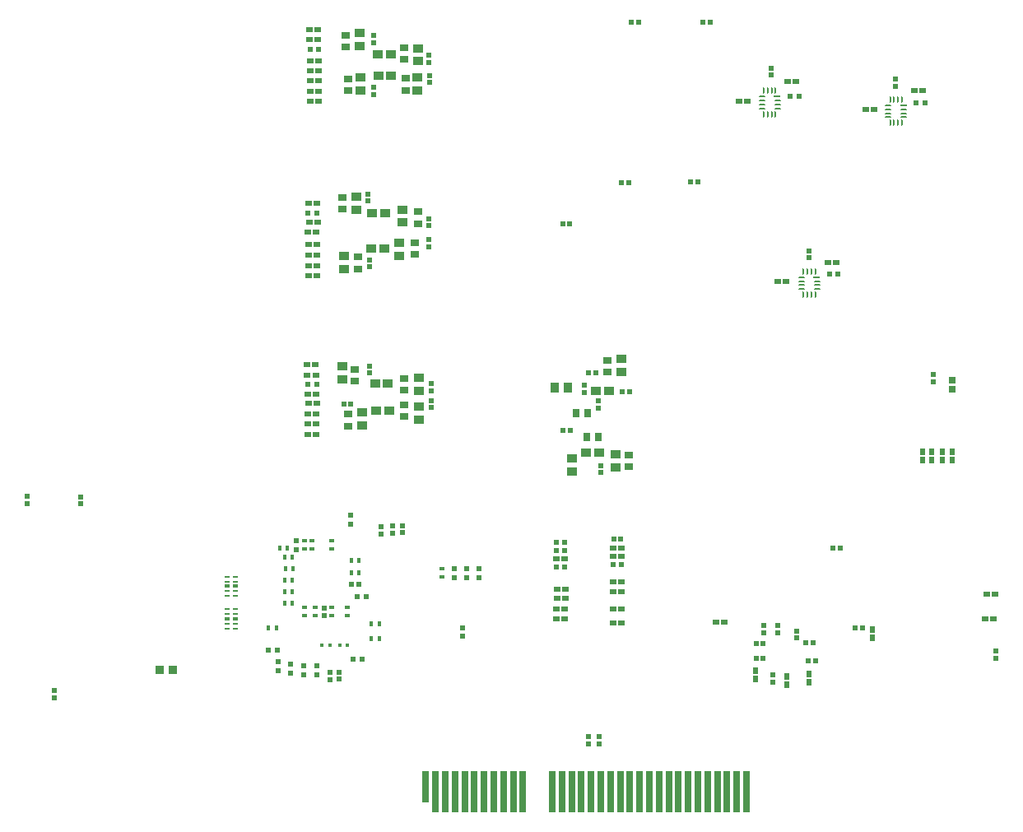
<source format=gbr>
G04*
G04 #@! TF.GenerationSoftware,Altium Limited,Altium Designer,24.2.2 (26)*
G04*
G04 Layer_Color=128*
%FSLAX25Y25*%
%MOIN*%
G70*
G04*
G04 #@! TF.SameCoordinates,83FD6BF8-7FB9-4712-9294-79CC625926FD*
G04*
G04*
G04 #@! TF.FilePolarity,Positive*
G04*
G01*
G75*
%ADD27R,0.02362X0.02559*%
%ADD28R,0.02559X0.02362*%
%ADD31R,0.02648X0.02816*%
%ADD32R,0.02288X0.02016*%
%ADD56R,0.02016X0.02288*%
G04:AMPARAMS|DCode=61|XSize=7.87mil|YSize=23.62mil|CornerRadius=1.97mil|HoleSize=0mil|Usage=FLASHONLY|Rotation=0.000|XOffset=0mil|YOffset=0mil|HoleType=Round|Shape=RoundedRectangle|*
%AMROUNDEDRECTD61*
21,1,0.00787,0.01968,0,0,0.0*
21,1,0.00394,0.02362,0,0,0.0*
1,1,0.00394,0.00197,-0.00984*
1,1,0.00394,-0.00197,-0.00984*
1,1,0.00394,-0.00197,0.00984*
1,1,0.00394,0.00197,0.00984*
%
%ADD61ROUNDEDRECTD61*%
G04:AMPARAMS|DCode=62|XSize=7.87mil|YSize=23.62mil|CornerRadius=1.97mil|HoleSize=0mil|Usage=FLASHONLY|Rotation=90.000|XOffset=0mil|YOffset=0mil|HoleType=Round|Shape=RoundedRectangle|*
%AMROUNDEDRECTD62*
21,1,0.00787,0.01968,0,0,90.0*
21,1,0.00394,0.02362,0,0,90.0*
1,1,0.00394,0.00984,0.00197*
1,1,0.00394,0.00984,-0.00197*
1,1,0.00394,-0.00984,-0.00197*
1,1,0.00394,-0.00984,0.00197*
%
%ADD62ROUNDEDRECTD62*%
G04:AMPARAMS|DCode=63|XSize=7.87mil|YSize=27.56mil|CornerRadius=1.97mil|HoleSize=0mil|Usage=FLASHONLY|Rotation=90.000|XOffset=0mil|YOffset=0mil|HoleType=Round|Shape=RoundedRectangle|*
%AMROUNDEDRECTD63*
21,1,0.00787,0.02362,0,0,90.0*
21,1,0.00394,0.02756,0,0,90.0*
1,1,0.00394,0.01181,0.00197*
1,1,0.00394,0.01181,-0.00197*
1,1,0.00394,-0.01181,-0.00197*
1,1,0.00394,-0.01181,0.00197*
%
%ADD63ROUNDEDRECTD63*%
%ADD64R,0.02165X0.02165*%
%ADD66R,0.02800X0.16500*%
%ADD69R,0.02165X0.01968*%
%ADD70R,0.01968X0.02165*%
%ADD77R,0.02953X0.03543*%
%ADD78R,0.01575X0.01968*%
%ADD81R,0.02165X0.02165*%
%ADD93R,0.02800X0.12600*%
%ADD167R,0.03543X0.02953*%
%ADD168R,0.03937X0.03543*%
%ADD169R,0.04355X0.03773*%
%ADD170R,0.03543X0.03937*%
%ADD171R,0.01772X0.01772*%
%ADD172R,0.02237X0.02254*%
%ADD173R,0.03347X0.03543*%
G04:AMPARAMS|DCode=174|XSize=7.87mil|YSize=22.24mil|CornerRadius=1.97mil|HoleSize=0mil|Usage=FLASHONLY|Rotation=270.000|XOffset=0mil|YOffset=0mil|HoleType=Round|Shape=RoundedRectangle|*
%AMROUNDEDRECTD174*
21,1,0.00787,0.01831,0,0,270.0*
21,1,0.00394,0.02224,0,0,270.0*
1,1,0.00394,-0.00915,-0.00197*
1,1,0.00394,-0.00915,0.00197*
1,1,0.00394,0.00915,0.00197*
1,1,0.00394,0.00915,-0.00197*
%
%ADD174ROUNDEDRECTD174*%
%ADD176R,0.02254X0.02237*%
%ADD177R,0.01968X0.01575*%
%ADD178R,0.01843X0.01860*%
G04:AMPARAMS|DCode=184|XSize=22.24mil|YSize=14.17mil|CornerRadius=1.98mil|HoleSize=0mil|Usage=FLASHONLY|Rotation=180.000|XOffset=0mil|YOffset=0mil|HoleType=Round|Shape=RoundedRectangle|*
%AMROUNDEDRECTD184*
21,1,0.02224,0.01021,0,0,180.0*
21,1,0.01828,0.01417,0,0,180.0*
1,1,0.00397,-0.00914,0.00510*
1,1,0.00397,0.00914,0.00510*
1,1,0.00397,0.00914,-0.00510*
1,1,0.00397,-0.00914,-0.00510*
%
%ADD184ROUNDEDRECTD184*%
D27*
X359380Y-266922D02*
D03*
Y-263576D02*
D03*
X363475Y-266898D02*
D03*
Y-263552D02*
D03*
X355224Y-266922D02*
D03*
Y-263576D02*
D03*
X351255Y-266922D02*
D03*
Y-263576D02*
D03*
X331091Y-339040D02*
D03*
Y-335694D02*
D03*
X305496Y-357140D02*
D03*
Y-353793D02*
D03*
X296559Y-358122D02*
D03*
Y-354776D02*
D03*
X283799Y-355700D02*
D03*
Y-352354D02*
D03*
D28*
X103144Y-96687D02*
D03*
X106491D02*
D03*
X103191Y-92604D02*
D03*
X106537D02*
D03*
X103458Y-105212D02*
D03*
X106805D02*
D03*
X103389Y-109405D02*
D03*
X106735D02*
D03*
X103424Y-113528D02*
D03*
X106770D02*
D03*
X103354Y-117650D02*
D03*
X106700D02*
D03*
X103298Y-121859D02*
D03*
X106644D02*
D03*
X348128Y-117485D02*
D03*
X351474D02*
D03*
X331755Y-124989D02*
D03*
X328409D02*
D03*
X296827Y-113642D02*
D03*
X300173D02*
D03*
X280279Y-121655D02*
D03*
X276932D02*
D03*
X296216Y-194617D02*
D03*
X292869D02*
D03*
X312992Y-187113D02*
D03*
X316339D02*
D03*
X229423Y-316373D02*
D03*
X226076D02*
D03*
X229423Y-320507D02*
D03*
X226076D02*
D03*
X229423Y-332899D02*
D03*
X226076D02*
D03*
X206431Y-331531D02*
D03*
X203085D02*
D03*
X377354Y-321496D02*
D03*
X380700D02*
D03*
X376616Y-331496D02*
D03*
X379963D02*
D03*
X229423Y-327397D02*
D03*
X226076D02*
D03*
X105923Y-188307D02*
D03*
X102577D02*
D03*
X106011Y-192441D02*
D03*
X102665D02*
D03*
X106011Y-184161D02*
D03*
X102665D02*
D03*
X105733Y-174639D02*
D03*
X102386D02*
D03*
X106126Y-179772D02*
D03*
X102780D02*
D03*
X106250Y-170689D02*
D03*
X102904D02*
D03*
X105843Y-248411D02*
D03*
X102496D02*
D03*
X106054Y-244198D02*
D03*
X102708D02*
D03*
X105864Y-240311D02*
D03*
X102518D02*
D03*
X105576Y-232604D02*
D03*
X102230D02*
D03*
X105529Y-228234D02*
D03*
X102183D02*
D03*
X106143Y-162983D02*
D03*
X102797D02*
D03*
X105733Y-252343D02*
D03*
X102386D02*
D03*
X105733Y-256783D02*
D03*
X102386D02*
D03*
X267783Y-332718D02*
D03*
X271130D02*
D03*
X203336Y-319268D02*
D03*
X206682D02*
D03*
X203315Y-323066D02*
D03*
X206662D02*
D03*
X203045Y-327397D02*
D03*
X206391D02*
D03*
X229423Y-302594D02*
D03*
X226076D02*
D03*
X229423Y-306137D02*
D03*
X226076D02*
D03*
X203045Y-306925D02*
D03*
X206391D02*
D03*
D31*
X363475Y-234557D02*
D03*
Y-238325D02*
D03*
D32*
X216121Y-231736D02*
D03*
X218999D02*
D03*
X208471Y-171246D02*
D03*
X205593D02*
D03*
X236352Y-89654D02*
D03*
X233474D02*
D03*
X265280Y-89614D02*
D03*
X262402D02*
D03*
X232262Y-154674D02*
D03*
X229384D02*
D03*
X260343Y-154530D02*
D03*
X257465D02*
D03*
X205750Y-254892D02*
D03*
X208628D02*
D03*
X232710Y-239463D02*
D03*
X229832D02*
D03*
X317917Y-302746D02*
D03*
X315039D02*
D03*
X304057Y-341096D02*
D03*
X306935D02*
D03*
X305040Y-348498D02*
D03*
X307918D02*
D03*
X286857Y-347276D02*
D03*
X283978D02*
D03*
X286857Y-341370D02*
D03*
X283978D02*
D03*
X226310Y-298952D02*
D03*
X229188D02*
D03*
X116915Y-244438D02*
D03*
X119793D02*
D03*
D56*
X220143Y-245877D02*
D03*
Y-242999D02*
D03*
X221232Y-272102D02*
D03*
Y-269224D02*
D03*
X214401Y-236814D02*
D03*
Y-239692D02*
D03*
X128989Y-95061D02*
D03*
Y-97939D02*
D03*
X151423Y-102995D02*
D03*
Y-105873D02*
D03*
X129162Y-118935D02*
D03*
Y-116056D02*
D03*
X151778Y-114145D02*
D03*
Y-111267D02*
D03*
X340494Y-112827D02*
D03*
Y-115706D02*
D03*
X289988Y-108294D02*
D03*
Y-111172D02*
D03*
X305255Y-182240D02*
D03*
Y-185118D02*
D03*
X355865Y-235297D02*
D03*
Y-232419D02*
D03*
X127322Y-185982D02*
D03*
Y-188860D02*
D03*
X126789Y-162122D02*
D03*
Y-159243D02*
D03*
X152485Y-242922D02*
D03*
Y-245800D02*
D03*
X152490Y-236164D02*
D03*
Y-239043D02*
D03*
X151423Y-177781D02*
D03*
Y-180659D02*
D03*
X151337Y-172126D02*
D03*
Y-169248D02*
D03*
X127322Y-231825D02*
D03*
Y-228947D02*
D03*
X300530Y-336223D02*
D03*
Y-339101D02*
D03*
X216120Y-382039D02*
D03*
Y-379161D02*
D03*
X290654Y-354027D02*
D03*
Y-356906D02*
D03*
X287049Y-336921D02*
D03*
Y-334043D02*
D03*
X292622Y-337025D02*
D03*
Y-334147D02*
D03*
X381102Y-347266D02*
D03*
Y-344388D02*
D03*
X220420Y-379161D02*
D03*
Y-382039D02*
D03*
D61*
X342997Y-121052D02*
D03*
X341422D02*
D03*
X339847D02*
D03*
X338272D02*
D03*
Y-130500D02*
D03*
X339847D02*
D03*
X341422D02*
D03*
X342997D02*
D03*
X291873Y-117508D02*
D03*
X290298D02*
D03*
X288724D02*
D03*
X287149D02*
D03*
Y-126957D02*
D03*
X288724D02*
D03*
X290298D02*
D03*
X291873D02*
D03*
X307934Y-190680D02*
D03*
X306359D02*
D03*
X304784D02*
D03*
X303209D02*
D03*
Y-200129D02*
D03*
X304784D02*
D03*
X306359D02*
D03*
X307934D02*
D03*
D62*
X337485Y-123414D02*
D03*
Y-124989D02*
D03*
Y-126564D02*
D03*
Y-128138D02*
D03*
X343784D02*
D03*
Y-126564D02*
D03*
Y-124989D02*
D03*
X286361Y-119871D02*
D03*
Y-121445D02*
D03*
Y-123020D02*
D03*
Y-124595D02*
D03*
X292661D02*
D03*
Y-123020D02*
D03*
Y-121445D02*
D03*
X302422Y-193043D02*
D03*
Y-194617D02*
D03*
Y-196192D02*
D03*
Y-197767D02*
D03*
X308721D02*
D03*
Y-196192D02*
D03*
Y-194617D02*
D03*
D63*
X343587Y-123414D02*
D03*
X292464Y-119871D02*
D03*
X308524Y-193043D02*
D03*
D64*
X106799Y-100685D02*
D03*
X103255D02*
D03*
X352262Y-122532D02*
D03*
X348719D02*
D03*
X301376Y-119596D02*
D03*
X297832D02*
D03*
X317126Y-191861D02*
D03*
X313583D02*
D03*
X105962Y-236497D02*
D03*
X102419D02*
D03*
X106054Y-166874D02*
D03*
X102511D02*
D03*
X206490Y-310271D02*
D03*
X202946D02*
D03*
X206490Y-300232D02*
D03*
X202946D02*
D03*
X206490Y-303578D02*
D03*
X202946D02*
D03*
X225978Y-309484D02*
D03*
X229521D02*
D03*
D66*
X158055Y-401427D02*
D03*
X154118D02*
D03*
X161992D02*
D03*
X224984D02*
D03*
X232858D02*
D03*
X260417D02*
D03*
X276165D02*
D03*
X244669D02*
D03*
X264354D02*
D03*
X248606D02*
D03*
X201362D02*
D03*
X213173D02*
D03*
X228921D02*
D03*
X177740D02*
D03*
X173803D02*
D03*
X169866D02*
D03*
X165929D02*
D03*
X189551D02*
D03*
X205299D02*
D03*
X209236D02*
D03*
X217110D02*
D03*
X221047D02*
D03*
X252543D02*
D03*
X236795D02*
D03*
X256480D02*
D03*
X268291D02*
D03*
X272228D02*
D03*
X240732D02*
D03*
X181677D02*
D03*
X185614D02*
D03*
X280102D02*
D03*
D69*
X323992Y-335187D02*
D03*
X326945D02*
D03*
D70*
X10395Y-281915D02*
D03*
Y-284868D02*
D03*
X-11417Y-281736D02*
D03*
Y-284688D02*
D03*
X-394Y-363491D02*
D03*
Y-360539D02*
D03*
X115205Y-355837D02*
D03*
Y-352885D02*
D03*
X111539Y-355928D02*
D03*
Y-352975D02*
D03*
X108906Y-329881D02*
D03*
Y-326928D02*
D03*
X140671Y-293559D02*
D03*
Y-296512D02*
D03*
X136703Y-293780D02*
D03*
Y-296733D02*
D03*
X131978Y-294001D02*
D03*
Y-296954D02*
D03*
D77*
X220038Y-257795D02*
D03*
X215313D02*
D03*
X215886Y-248071D02*
D03*
X211162D02*
D03*
D78*
X131259Y-333394D02*
D03*
X128110D02*
D03*
X131259Y-339307D02*
D03*
X128110D02*
D03*
X96209Y-325157D02*
D03*
X93059D02*
D03*
X96209Y-320433D02*
D03*
X93059D02*
D03*
X86487Y-335177D02*
D03*
X89637D02*
D03*
X120028Y-312559D02*
D03*
X123177D02*
D03*
X120028Y-307834D02*
D03*
X123177D02*
D03*
X96504Y-311065D02*
D03*
X93354D02*
D03*
X96209Y-315708D02*
D03*
X93059D02*
D03*
X96209Y-306259D02*
D03*
X93059D02*
D03*
X94177Y-302716D02*
D03*
X91027D02*
D03*
D81*
X97882Y-303208D02*
D03*
Y-299665D02*
D03*
D93*
X150181Y-399477D02*
D03*
D167*
X232542Y-269669D02*
D03*
Y-264944D02*
D03*
X223717Y-226792D02*
D03*
Y-231516D02*
D03*
X117741Y-94984D02*
D03*
Y-99708D02*
D03*
X141411Y-99906D02*
D03*
Y-104630D02*
D03*
X118716Y-117425D02*
D03*
Y-112701D02*
D03*
X142212Y-117208D02*
D03*
Y-112483D02*
D03*
X116267Y-165324D02*
D03*
Y-160600D02*
D03*
X141417Y-244789D02*
D03*
Y-249513D02*
D03*
X141417Y-233956D02*
D03*
Y-238681D02*
D03*
X147081Y-166522D02*
D03*
Y-171246D02*
D03*
X145873Y-179024D02*
D03*
Y-183748D02*
D03*
X118606Y-248516D02*
D03*
Y-253240D02*
D03*
X122669Y-189551D02*
D03*
Y-184826D02*
D03*
X121464Y-230386D02*
D03*
Y-235110D02*
D03*
D168*
X227060Y-264649D02*
D03*
Y-269964D02*
D03*
X209562Y-266388D02*
D03*
Y-271703D02*
D03*
X229310Y-231441D02*
D03*
Y-226126D02*
D03*
X123432Y-99453D02*
D03*
Y-94138D02*
D03*
X147021Y-105529D02*
D03*
Y-100214D02*
D03*
X123826Y-112051D02*
D03*
Y-117366D02*
D03*
X146772Y-112012D02*
D03*
Y-117327D02*
D03*
X116945Y-189752D02*
D03*
Y-184437D02*
D03*
X121977Y-160261D02*
D03*
Y-165576D02*
D03*
X139448Y-184461D02*
D03*
Y-179146D02*
D03*
X124560Y-253136D02*
D03*
Y-247821D02*
D03*
X147549Y-250760D02*
D03*
Y-245445D02*
D03*
X140877Y-165542D02*
D03*
Y-170857D02*
D03*
X147526Y-238990D02*
D03*
Y-233676D02*
D03*
X116386Y-234421D02*
D03*
Y-229106D02*
D03*
D169*
X214996Y-264068D02*
D03*
X220319D02*
D03*
X224532Y-238878D02*
D03*
X219209D02*
D03*
X135943Y-102623D02*
D03*
X130620D02*
D03*
X136227Y-111286D02*
D03*
X130903D02*
D03*
X128054Y-181435D02*
D03*
X133378D02*
D03*
X128446Y-166874D02*
D03*
X133769D02*
D03*
X130131Y-247185D02*
D03*
X135454D02*
D03*
X134899Y-235898D02*
D03*
X129575D02*
D03*
D170*
X207646Y-237559D02*
D03*
X202331D02*
D03*
D171*
X111244Y-341908D02*
D03*
X108094D02*
D03*
X115347D02*
D03*
X118496D02*
D03*
D172*
X126084Y-322461D02*
D03*
X122524D02*
D03*
X86508Y-343947D02*
D03*
X90068D02*
D03*
X124304Y-347624D02*
D03*
X120744D02*
D03*
D173*
X47678Y-352105D02*
D03*
X42560D02*
D03*
D174*
X69635Y-335218D02*
D03*
Y-333250D02*
D03*
Y-329313D02*
D03*
Y-327344D02*
D03*
X72923D02*
D03*
Y-329313D02*
D03*
Y-333250D02*
D03*
Y-335218D02*
D03*
X69635Y-322132D02*
D03*
Y-320163D02*
D03*
Y-316226D02*
D03*
Y-314258D02*
D03*
X72923D02*
D03*
Y-316226D02*
D03*
Y-320163D02*
D03*
Y-322132D02*
D03*
D176*
X171615Y-314541D02*
D03*
Y-310981D02*
D03*
X165058Y-334900D02*
D03*
Y-338460D02*
D03*
X161615Y-314541D02*
D03*
Y-310981D02*
D03*
X166615Y-310981D02*
D03*
Y-314541D02*
D03*
X105988Y-353995D02*
D03*
Y-350435D02*
D03*
X100840Y-350435D02*
D03*
Y-353995D02*
D03*
X95421Y-349773D02*
D03*
Y-353333D02*
D03*
X90424Y-348743D02*
D03*
Y-352303D02*
D03*
X119732Y-292971D02*
D03*
Y-289411D02*
D03*
D177*
X156615Y-314335D02*
D03*
Y-311186D02*
D03*
X118354Y-326830D02*
D03*
Y-329980D02*
D03*
X112055Y-326830D02*
D03*
Y-329980D02*
D03*
X105362Y-326830D02*
D03*
Y-329980D02*
D03*
X101032Y-326830D02*
D03*
Y-329980D02*
D03*
X112055Y-303011D02*
D03*
Y-299862D02*
D03*
X104181Y-303011D02*
D03*
Y-299862D02*
D03*
X101032Y-303011D02*
D03*
Y-299862D02*
D03*
D178*
X123186Y-317283D02*
D03*
X120019D02*
D03*
D184*
X69635Y-331281D02*
D03*
X72923D02*
D03*
X69635Y-318195D02*
D03*
X72923D02*
D03*
M02*

</source>
